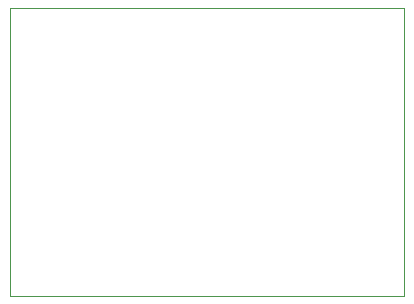
<source format=gbr>
%TF.GenerationSoftware,KiCad,Pcbnew,9.0.3*%
%TF.CreationDate,2025-08-21T17:44:14+02:00*%
%TF.ProjectId,Tri-State-Buffer,5472692d-5374-4617-9465-2d4275666665,rev?*%
%TF.SameCoordinates,Original*%
%TF.FileFunction,Profile,NP*%
%FSLAX46Y46*%
G04 Gerber Fmt 4.6, Leading zero omitted, Abs format (unit mm)*
G04 Created by KiCad (PCBNEW 9.0.3) date 2025-08-21 17:44:14*
%MOMM*%
%LPD*%
G01*
G04 APERTURE LIST*
%TA.AperFunction,Profile*%
%ADD10C,0.050000*%
%TD*%
G04 APERTURE END LIST*
D10*
X33150000Y-30650000D02*
X66500000Y-30650000D01*
X66500000Y-55100000D01*
X33150000Y-55100000D01*
X33150000Y-30650000D01*
M02*

</source>
